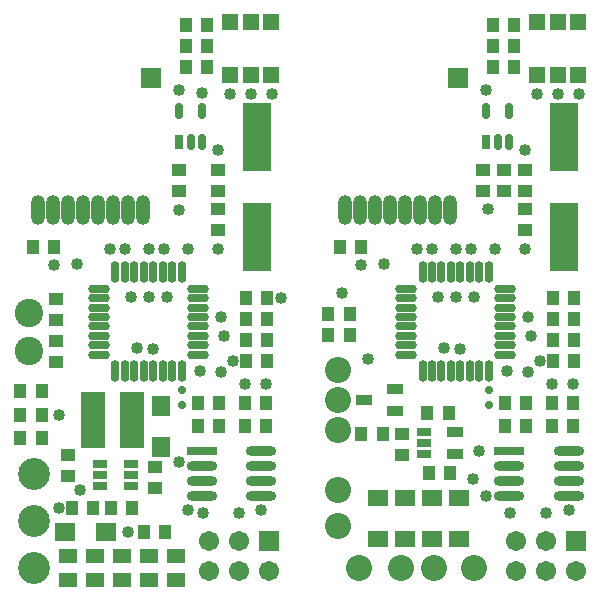
<source format=gts>
%FSTAX24Y24*%
%MOIN*%
G70*
G01*
G75*
G04 Layer_Color=8388736*
%ADD10R,0.0472X0.0217*%
%ADD11R,0.0472X0.0256*%
%ADD12R,0.0315X0.0374*%
%ADD13R,0.0630X0.0492*%
%ADD14R,0.0374X0.0315*%
%ADD15C,0.0197*%
%ADD16O,0.0217X0.0650*%
%ADD17O,0.0650X0.0217*%
%ADD18R,0.0472X0.0472*%
G04:AMPARAMS|DCode=19|XSize=21.7mil|YSize=47.2mil|CornerRadius=0mil|HoleSize=0mil|Usage=FLASHONLY|Rotation=180.000|XOffset=0mil|YOffset=0mil|HoleType=Round|Shape=Octagon|*
%AMOCTAGOND19*
4,1,8,0.0054,-0.0236,-0.0054,-0.0236,-0.0108,-0.0182,-0.0108,0.0182,-0.0054,0.0236,0.0054,0.0236,0.0108,0.0182,0.0108,-0.0182,0.0054,-0.0236,0.0*
%
%ADD19OCTAGOND19*%

%ADD20R,0.0217X0.0472*%
%ADD21R,0.0900X0.2200*%
%ADD22O,0.0394X0.0906*%
%ADD23O,0.0945X0.0236*%
%ADD24R,0.0945X0.0236*%
%ADD25R,0.0551X0.0591*%
%ADD26R,0.0591X0.0551*%
%ADD27R,0.0512X0.0394*%
%ADD28R,0.0709X0.1772*%
%ADD29C,0.0100*%
%ADD30C,0.0787*%
%ADD31C,0.0591*%
%ADD32C,0.0591*%
%ADD33R,0.0591X0.0591*%
%ADD34R,0.0591X0.0591*%
%ADD35C,0.0866*%
%ADD36C,0.0984*%
%ADD37C,0.0320*%
%ADD38C,0.0236*%
%ADD39C,0.0098*%
%ADD40C,0.0079*%
%ADD41C,0.0080*%
%ADD42C,0.0020*%
%ADD43C,0.0040*%
%ADD44R,0.0512X0.0256*%
%ADD45R,0.0552X0.0336*%
%ADD46R,0.0395X0.0454*%
%ADD47R,0.0710X0.0572*%
%ADD48R,0.0454X0.0395*%
%ADD49C,0.0277*%
%ADD50O,0.0297X0.0730*%
%ADD51O,0.0730X0.0297*%
%ADD52R,0.0552X0.0552*%
G04:AMPARAMS|DCode=53|XSize=25.6mil|YSize=51.2mil|CornerRadius=0mil|HoleSize=0mil|Usage=FLASHONLY|Rotation=180.000|XOffset=0mil|YOffset=0mil|HoleType=Round|Shape=Octagon|*
%AMOCTAGOND53*
4,1,8,0.0064,-0.0256,-0.0064,-0.0256,-0.0128,-0.0192,-0.0128,0.0192,-0.0064,0.0256,0.0064,0.0256,0.0128,0.0192,0.0128,-0.0192,0.0064,-0.0256,0.0*
%
%ADD53OCTAGOND53*%

%ADD54R,0.0256X0.0512*%
%ADD55R,0.0980X0.2280*%
%ADD56O,0.0474X0.0986*%
%ADD57O,0.1025X0.0316*%
%ADD58R,0.1025X0.0316*%
%ADD59R,0.0631X0.0671*%
%ADD60R,0.0671X0.0631*%
%ADD61R,0.0592X0.0474*%
%ADD62R,0.0789X0.1852*%
%ADD63C,0.0867*%
%ADD64C,0.0671*%
%ADD65C,0.0671*%
%ADD66R,0.0671X0.0671*%
%ADD67R,0.0671X0.0671*%
%ADD68C,0.0946*%
%ADD69C,0.1064*%
%ADD70C,0.0400*%
D44*
X0375Y030915D02*
D03*
Y030541D02*
D03*
Y030167D02*
D03*
X0267Y029117D02*
D03*
Y029491D02*
D03*
Y029865D02*
D03*
X027734Y029117D02*
D03*
Y029491D02*
D03*
Y029865D02*
D03*
D45*
X038544Y030167D02*
D03*
Y030915D02*
D03*
X0355Y031991D02*
D03*
X036544Y031617D02*
D03*
Y032365D02*
D03*
D46*
X034318Y034841D02*
D03*
X035026D02*
D03*
X035418Y030841D02*
D03*
X036126D02*
D03*
X034318Y034141D02*
D03*
X035026D02*
D03*
X038326Y031541D02*
D03*
X037618D02*
D03*
X035413Y037091D02*
D03*
X034704D02*
D03*
X041804Y034691D02*
D03*
X042513D02*
D03*
X042513Y035391D02*
D03*
X041804D02*
D03*
X041804Y033991D02*
D03*
X042513D02*
D03*
X042513Y033291D02*
D03*
X041804D02*
D03*
X039804Y043091D02*
D03*
X040513D02*
D03*
X039804Y043791D02*
D03*
X040513D02*
D03*
X039804Y044491D02*
D03*
X040513D02*
D03*
X037668Y029541D02*
D03*
X038376D02*
D03*
X04248Y031102D02*
D03*
X041772D02*
D03*
X04248Y03189D02*
D03*
X041772D02*
D03*
X040197D02*
D03*
X040906D02*
D03*
X040197Y031102D02*
D03*
X040906D02*
D03*
X025176Y037091D02*
D03*
X024468D02*
D03*
X031568Y034691D02*
D03*
X032276D02*
D03*
X032276Y035391D02*
D03*
X031568D02*
D03*
X031568Y033991D02*
D03*
X032276D02*
D03*
X032276Y033291D02*
D03*
X031568D02*
D03*
X029568Y043091D02*
D03*
X030276D02*
D03*
X029568Y043791D02*
D03*
X030276D02*
D03*
X029568Y044491D02*
D03*
X030276D02*
D03*
X027776Y028391D02*
D03*
X027068D02*
D03*
X026476D02*
D03*
X025768D02*
D03*
X024764Y030709D02*
D03*
X024055D02*
D03*
Y032283D02*
D03*
X024764D02*
D03*
X024055Y031496D02*
D03*
X024764D02*
D03*
X028876Y027591D02*
D03*
X028168D02*
D03*
X032244Y031102D02*
D03*
X031535D02*
D03*
X032244Y03189D02*
D03*
X031535D02*
D03*
X029961D02*
D03*
X030669D02*
D03*
X029961Y031102D02*
D03*
X030669D02*
D03*
D47*
X037772Y02872D02*
D03*
Y027361D02*
D03*
X036872D02*
D03*
Y02872D02*
D03*
X035972D02*
D03*
Y027361D02*
D03*
X038672D02*
D03*
Y02872D02*
D03*
D48*
X040172Y038936D02*
D03*
Y039645D02*
D03*
X039472Y038936D02*
D03*
Y039645D02*
D03*
X036772Y030845D02*
D03*
Y030136D02*
D03*
X040858Y039645D02*
D03*
Y038936D02*
D03*
Y037636D02*
D03*
Y038345D02*
D03*
X025222Y033945D02*
D03*
Y033236D02*
D03*
Y035345D02*
D03*
Y034636D02*
D03*
X029322Y039645D02*
D03*
Y038936D02*
D03*
X028522Y029036D02*
D03*
Y029745D02*
D03*
X025622Y030145D02*
D03*
Y029436D02*
D03*
X030622Y039645D02*
D03*
Y038936D02*
D03*
Y037636D02*
D03*
Y038345D02*
D03*
D49*
X039658Y0318D02*
D03*
Y0323D02*
D03*
X029422Y0318D02*
D03*
Y0323D02*
D03*
D50*
X039661Y032937D02*
D03*
X039346D02*
D03*
X039031D02*
D03*
X038716D02*
D03*
X038401D02*
D03*
X038086D02*
D03*
X037771D02*
D03*
X037456D02*
D03*
Y036244D02*
D03*
X037771D02*
D03*
X038086D02*
D03*
X038401D02*
D03*
X038716D02*
D03*
X039031D02*
D03*
X039346D02*
D03*
X039661D02*
D03*
X029424Y032937D02*
D03*
X029109D02*
D03*
X028794D02*
D03*
X02848D02*
D03*
X028165D02*
D03*
X02785D02*
D03*
X027535D02*
D03*
X02722D02*
D03*
Y036244D02*
D03*
X027535D02*
D03*
X02785D02*
D03*
X028165D02*
D03*
X02848D02*
D03*
X028794D02*
D03*
X029109D02*
D03*
X029424D02*
D03*
D51*
X036905Y033488D02*
D03*
Y033803D02*
D03*
Y034118D02*
D03*
Y034433D02*
D03*
Y034748D02*
D03*
Y035063D02*
D03*
Y035378D02*
D03*
Y035693D02*
D03*
X040212D02*
D03*
Y035378D02*
D03*
Y035063D02*
D03*
Y034748D02*
D03*
Y034433D02*
D03*
Y034118D02*
D03*
Y033803D02*
D03*
Y033488D02*
D03*
X026669D02*
D03*
Y033803D02*
D03*
Y034118D02*
D03*
Y034433D02*
D03*
Y034748D02*
D03*
Y035063D02*
D03*
Y035378D02*
D03*
Y035693D02*
D03*
X029976D02*
D03*
Y035378D02*
D03*
Y035063D02*
D03*
Y034748D02*
D03*
Y034433D02*
D03*
Y034118D02*
D03*
Y033803D02*
D03*
Y033488D02*
D03*
D52*
X041269Y042805D02*
D03*
X041958D02*
D03*
X042647D02*
D03*
Y044576D02*
D03*
X041958D02*
D03*
X041269D02*
D03*
X031033Y042805D02*
D03*
X031722D02*
D03*
X032411D02*
D03*
Y044576D02*
D03*
X031722D02*
D03*
X031033D02*
D03*
D53*
X040332Y040568D02*
D03*
X039958D02*
D03*
X040332Y041602D02*
D03*
X039584D02*
D03*
X030096Y040568D02*
D03*
X029722D02*
D03*
X030096Y041602D02*
D03*
X029348D02*
D03*
D54*
X039584Y040568D02*
D03*
X029348D02*
D03*
D55*
X042158Y037417D02*
D03*
Y040764D02*
D03*
X031922Y037417D02*
D03*
Y040764D02*
D03*
D56*
X034886Y038307D02*
D03*
X035386D02*
D03*
X035886D02*
D03*
X036386D02*
D03*
X036886D02*
D03*
X037386D02*
D03*
X037886D02*
D03*
X038386D02*
D03*
X02465D02*
D03*
X02515D02*
D03*
X02565D02*
D03*
X02615D02*
D03*
X02665D02*
D03*
X02715D02*
D03*
X02765D02*
D03*
X02815D02*
D03*
D57*
X042323Y028778D02*
D03*
Y029278D02*
D03*
Y029778D02*
D03*
Y030278D02*
D03*
X040354Y028778D02*
D03*
Y029278D02*
D03*
Y029778D02*
D03*
X032087Y028778D02*
D03*
Y029278D02*
D03*
Y029778D02*
D03*
Y030278D02*
D03*
X030118Y028778D02*
D03*
Y029278D02*
D03*
Y029778D02*
D03*
D58*
X040354Y030278D02*
D03*
X030118D02*
D03*
D59*
X028722Y030431D02*
D03*
Y031769D02*
D03*
D60*
X025553Y027591D02*
D03*
X026891D02*
D03*
D61*
X027422Y025997D02*
D03*
Y026784D02*
D03*
X026522Y025997D02*
D03*
Y026784D02*
D03*
X025622Y025997D02*
D03*
Y026784D02*
D03*
X028322Y025997D02*
D03*
Y026784D02*
D03*
X029222Y025997D02*
D03*
Y026784D02*
D03*
D62*
X026472Y0313D02*
D03*
X027772D02*
D03*
D63*
X034622Y028991D02*
D03*
Y027791D02*
D03*
Y032991D02*
D03*
Y031991D02*
D03*
Y030991D02*
D03*
X035322Y026391D02*
D03*
X036722D02*
D03*
X037822D02*
D03*
X039172D02*
D03*
D64*
X040558Y026291D02*
D03*
X041558D02*
D03*
Y027291D02*
D03*
X040558D02*
D03*
X030322Y026291D02*
D03*
X031322D02*
D03*
Y027291D02*
D03*
X030322D02*
D03*
D65*
X042558Y026291D02*
D03*
X032322D02*
D03*
D66*
X042558Y027291D02*
D03*
X032322D02*
D03*
D67*
X038642Y042717D02*
D03*
X028406D02*
D03*
D68*
X024322Y034891D02*
D03*
Y0336D02*
D03*
D69*
X024509Y029528D02*
D03*
Y027953D02*
D03*
Y026378D02*
D03*
D70*
X035622Y033341D02*
D03*
X035386Y038607D02*
D03*
X039622Y038341D02*
D03*
X034772Y035541D02*
D03*
X039122Y029341D02*
D03*
X039335Y030278D02*
D03*
X041058Y034118D02*
D03*
X040958Y034741D02*
D03*
X038716Y033691D02*
D03*
X041358Y033291D02*
D03*
X042323Y028326D02*
D03*
X042658Y042191D02*
D03*
X041958D02*
D03*
X041258D02*
D03*
X039572Y028791D02*
D03*
X037958Y0354D02*
D03*
X038558D02*
D03*
X039158D02*
D03*
X037258Y037D02*
D03*
X037758D02*
D03*
X038558D02*
D03*
X039058D02*
D03*
X038386Y038607D02*
D03*
X036886D02*
D03*
X036386D02*
D03*
X035886D02*
D03*
X039858Y037D02*
D03*
X034886Y038607D02*
D03*
X038158Y0337D02*
D03*
X040261Y032937D02*
D03*
X039558Y0423D02*
D03*
X037886Y038607D02*
D03*
X037386D02*
D03*
X041558Y0282D02*
D03*
X040958Y0329D02*
D03*
X041758Y0325D02*
D03*
X040358Y0282D02*
D03*
X036158Y0365D02*
D03*
X035413Y036491D02*
D03*
X042458Y0325D02*
D03*
X040858Y037D02*
D03*
Y0403D02*
D03*
X030622D02*
D03*
Y037D02*
D03*
X032222Y0325D02*
D03*
X025176Y036491D02*
D03*
X025922Y0365D02*
D03*
X030122Y0282D02*
D03*
X031522Y0325D02*
D03*
X030722Y0329D02*
D03*
X031322Y0282D02*
D03*
X02715Y038607D02*
D03*
X02765D02*
D03*
X029322Y0423D02*
D03*
X030096Y042202D02*
D03*
X029322Y0383D02*
D03*
X030024Y032937D02*
D03*
X027922Y0337D02*
D03*
X02465Y038607D02*
D03*
X02515D02*
D03*
X029622Y037D02*
D03*
X02565Y038607D02*
D03*
X02615D02*
D03*
X02665D02*
D03*
X02815D02*
D03*
X028822Y037D02*
D03*
X028322D02*
D03*
X027522D02*
D03*
X027022D02*
D03*
X028922Y0354D02*
D03*
X028322D02*
D03*
X027722D02*
D03*
X027622Y027591D02*
D03*
X029622Y0283D02*
D03*
X029322Y0299D02*
D03*
X025322Y031491D02*
D03*
X031022Y042191D02*
D03*
X031722D02*
D03*
X032422D02*
D03*
X032087Y028326D02*
D03*
X031122Y033291D02*
D03*
X032722Y035391D02*
D03*
X026022Y028991D02*
D03*
X025322Y028391D02*
D03*
X02848Y033691D02*
D03*
X030722Y034741D02*
D03*
X030822Y034118D02*
D03*
M02*

</source>
